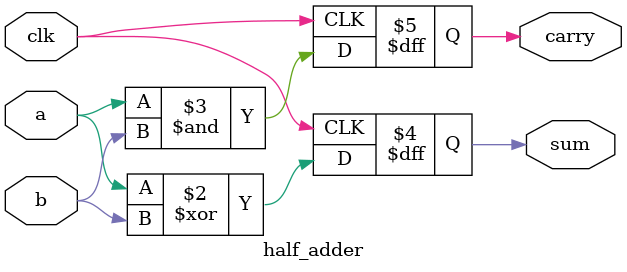
<source format=v>
module half_adder (
    input wire a,
    input wire b,
    input wire clk,
    output reg sum,
    output reg carry
);
    always @(posedge clk) begin
        sum   <= a ^ b;       
        carry <= a & b;      
    end
endmodule

</source>
